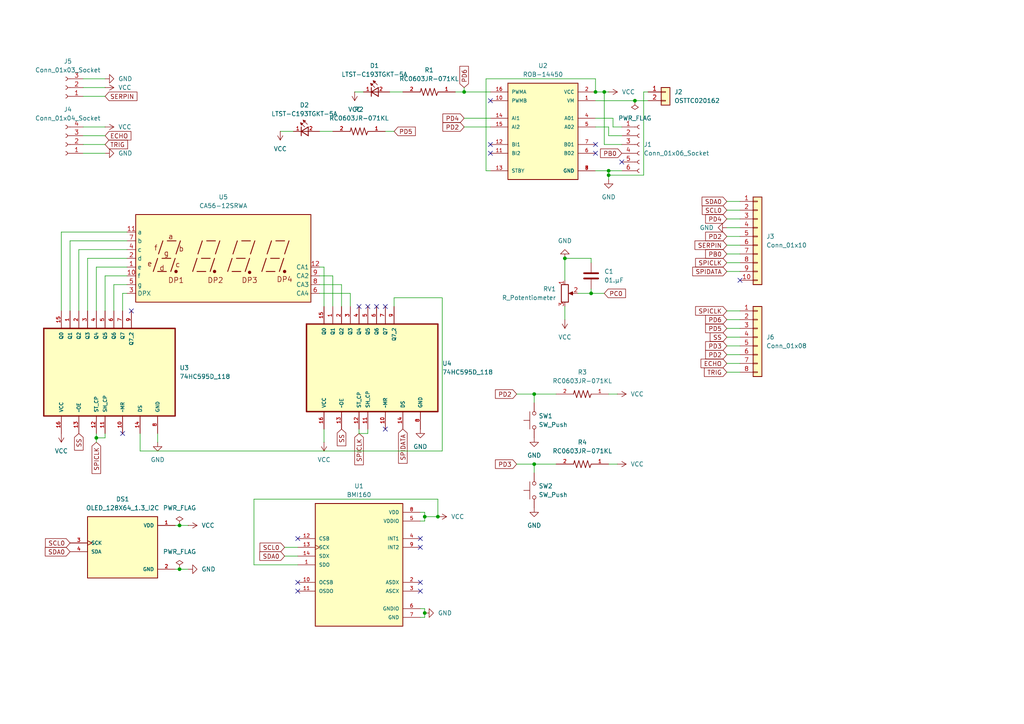
<source format=kicad_sch>
(kicad_sch (version 20250114) (generator "eeschema") (generator_version "9.0")
  (paper "A4")
  (lib_symbols
    (symbol "74HC595D_118:74HC595D_118" (pin_names (offset 1.016))
      (property "Reference" "U" (at -5.0872 17.9578 0))
      (property "Value" "74HC595D_118" (at -3.6383 -27.6558 0))
      (symbol "74HC595D_118_0_0"
        (pin power_in line (at -17.78 10.16 0) (length 5.08) (name "VCC") (number "16"))
        (pin input line (at -17.78 5.08 0) (length 5.08) (name "~OE") (number "13"))
        (pin input line (at -17.78 0 0) (length 5.08) (name "ST_CP") (number "12"))
        (pin input line (at -17.78 -2.54 0) (length 5.08) (name "SH_CP") (number "11"))
        (pin input line (at -17.78 -7.62 0) (length 5.08) (name "~MR") (number "10"))
        (pin input line (at -17.78 -12.7 0) (length 5.08) (name "DS") (number "14"))
        (pin passive line (at -17.78 -17.78 0) (length 5.08) (name "GND") (number "8"))
        (pin output line (at 17.78 10.16 180) (length 5.08) (name "Q0") (number "15"))
        (pin output line (at 17.78 7.62 180) (length 5.08) (name "Q1") (number "1"))
        (pin output line (at 17.78 5.08 180) (length 5.08) (name "Q2") (number "2"))
        (pin output line (at 17.78 2.54 180) (length 5.08) (name "Q3") (number "3"))
        (pin output line (at 17.78 0 180) (length 5.08) (name "Q4") (number "4"))
        (pin output line (at 17.78 -2.54 180) (length 5.08) (name "Q5") (number "5"))
        (pin output line (at 17.78 -5.08 180) (length 5.08) (name "Q6") (number "6"))
        (pin output line (at 17.78 -7.62 180) (length 5.08) (name "Q7") (number "7"))
        (pin output line (at 17.78 -10.16 180) (length 5.08) (name "Q7_2") (number "9"))
      )
    )
    (symbol "BMI160:BMI160" (pin_names (offset 1.016))
      (property "Reference" "U" (at -12.7 18.415 0))
      (property "Value" "BMI160" (at -12.7 -20.32 0))
      (symbol "BMI160_0_0"
        (pin input line (at -17.78 7.62 0) (length 5.08) (name "CSB") (number "12"))
        (pin input clock (at -17.78 5.08 0) (length 5.08) (name "SCX") (number "13"))
        (pin bidirectional line (at -17.78 2.54 0) (length 5.08) (name "SDX") (number "14"))
        (pin bidirectional line (at -17.78 0 0) (length 5.08) (name "SDO") (number "1"))
        (pin input line (at -17.78 -5.08 0) (length 5.08) (name "OCSB") (number "10"))
        (pin output line (at -17.78 -7.62 0) (length 5.08) (name "OSDO") (number "11"))
        (pin power_in line (at 17.78 15.24 180) (length 5.08) (name "VDD") (number "8"))
        (pin power_in line (at 17.78 12.7 180) (length 5.08) (name "VDDIO") (number "5"))
        (pin bidirectional line (at 17.78 7.62 180) (length 5.08) (name "INT1") (number "4"))
        (pin bidirectional line (at 17.78 5.08 180) (length 5.08) (name "INT2") (number "9"))
        (pin bidirectional line (at 17.78 -5.08 180) (length 5.08) (name "ASDX") (number "2"))
        (pin bidirectional line (at 17.78 -7.62 180) (length 5.08) (name "ASCX") (number "3"))
        (pin power_in line (at 17.78 -12.7 180) (length 5.08) (name "GNDIO") (number "6"))
        (pin power_in line (at 17.78 -15.24 180) (length 5.08) (name "GND") (number "7"))
      )
    )
    (symbol "Connector:Conn_01x03_Socket" (pin_names (offset 1.016) (hide yes))
      (property "Reference" "J" (at 0 5.08 0))
      (property "Value" "Conn_01x03_Socket" (at 0 -5.08 0))
      (symbol "Conn_01x03_Socket_1_1"
        (pin passive line (at -5.08 2.54 0) (length 3.81) (name "Pin_1") (number "1"))
        (pin passive line (at -5.08 0 0) (length 3.81) (name "Pin_2") (number "2"))
        (pin passive line (at -5.08 -2.54 0) (length 3.81) (name "Pin_3") (number "3"))
      )
    )
    (symbol "Connector:Conn_01x04_Socket" (pin_names (offset 1.016) (hide yes))
      (property "Reference" "J" (at 0 5.08 0))
      (property "Value" "Conn_01x04_Socket" (at 0 -7.62 0))
      (symbol "Conn_01x04_Socket_1_1"
        (pin passive line (at -5.08 2.54 0) (length 3.81) (name "Pin_1") (number "1"))
        (pin passive line (at -5.08 0 0) (length 3.81) (name "Pin_2") (number "2"))
        (pin passive line (at -5.08 -2.54 0) (length 3.81) (name "Pin_3") (number "3"))
        (pin passive line (at -5.08 -5.08 0) (length 3.81) (name "Pin_4") (number "4"))
      )
    )
    (symbol "Connector:Conn_01x06_Socket" (pin_names (offset 1.016) (hide yes))
      (property "Reference" "J" (at 0 7.62 0))
      (property "Value" "Conn_01x06_Socket" (at 0 -10.16 0))
      (symbol "Conn_01x06_Socket_1_1"
        (pin passive line (at -5.08 5.08 0) (length 3.81) (name "Pin_1") (number "1"))
        (pin passive line (at -5.08 2.54 0) (length 3.81) (name "Pin_2") (number "2"))
        (pin passive line (at -5.08 0 0) (length 3.81) (name "Pin_3") (number "3"))
        (pin passive line (at -5.08 -2.54 0) (length 3.81) (name "Pin_4") (number "4"))
        (pin passive line (at -5.08 -5.08 0) (length 3.81) (name "Pin_5") (number "5"))
        (pin passive line (at -5.08 -7.62 0) (length 3.81) (name "Pin_6") (number "6"))
      )
    )
    (symbol "Connector_Generic:Conn_01x02" (pin_names (offset 1.016) (hide yes))
      (property "Reference" "J" (at 0 2.54 0))
      (property "Value" "Conn_01x02" (at 0 -5.08 0))
      (symbol "Conn_01x02_1_1"
        (pin passive line (at -5.08 0 0) (length 3.81) (name "Pin_1") (number "1"))
        (pin passive line (at -5.08 -2.54 0) (length 3.81) (name "Pin_2") (number "2"))
      )
    )
    (symbol "Connector_Generic:Conn_01x08" (pin_names (offset 1.016) (hide yes))
      (property "Reference" "J" (at 0 10.16 0))
      (property "Value" "Conn_01x08" (at 0 -12.7 0))
      (symbol "Conn_01x08_1_1"
        (pin passive line (at -5.08 7.62 0) (length 3.81) (name "Pin_1") (number "1"))
        (pin passive line (at -5.08 5.08 0) (length 3.81) (name "Pin_2") (number "2"))
        (pin passive line (at -5.08 2.54 0) (length 3.81) (name "Pin_3") (number "3"))
        (pin passive line (at -5.08 0 0) (length 3.81) (name "Pin_4") (number "4"))
        (pin passive line (at -5.08 -2.54 0) (length 3.81) (name "Pin_5") (number "5"))
        (pin passive line (at -5.08 -5.08 0) (length 3.81) (name "Pin_6") (number "6"))
        (pin passive line (at -5.08 -7.62 0) (length 3.81) (name "Pin_7") (number "7"))
        (pin passive line (at -5.08 -10.16 0) (length 3.81) (name "Pin_8") (number "8"))
      )
    )
    (symbol "Connector_Generic:Conn_01x10" (pin_names (offset 1.016) (hide yes))
      (property "Reference" "J" (at 0 12.7 0))
      (property "Value" "Conn_01x10" (at 0 -15.24 0))
      (symbol "Conn_01x10_1_1"
        (pin passive line (at -5.08 10.16 0) (length 3.81) (name "Pin_1") (number "1"))
        (pin passive line (at -5.08 7.62 0) (length 3.81) (name "Pin_2") (number "2"))
        (pin passive line (at -5.08 5.08 0) (length 3.81) (name "Pin_3") (number "3"))
        (pin passive line (at -5.08 2.54 0) (length 3.81) (name "Pin_4") (number "4"))
        (pin passive line (at -5.08 0 0) (length 3.81) (name "Pin_5") (number "5"))
        (pin passive line (at -5.08 -2.54 0) (length 3.81) (name "Pin_6") (number "6"))
        (pin passive line (at -5.08 -5.08 0) (length 3.81) (name "Pin_7") (number "7"))
        (pin passive line (at -5.08 -7.62 0) (length 3.81) (name "Pin_8") (number "8"))
        (pin passive line (at -5.08 -10.16 0) (length 3.81) (name "Pin_9") (number "9"))
        (pin passive line (at -5.08 -12.7 0) (length 3.81) (name "Pin_10") (number "10"))
      )
    )
    (symbol "Device:C" (pin_numbers (hide yes)) (pin_names (offset 0.254))
      (property "Reference" "C" (at 0.635 2.54 0))
      (property "Value" "C" (at 0.635 -2.54 0))
      (symbol "C_1_1"
        (pin passive line (at 0 3.81 270) (length 2.794) (name "~") (number "1"))
        (pin passive line (at 0 -3.81 90) (length 2.794) (name "~") (number "2"))
      )
    )
    (symbol "Device:R_Potentiometer" (pin_names (offset 1.016) (hide yes))
      (property "Reference" "RV" (at -4.445 0 90))
      (property "Value" "R_Potentiometer" (at -2.54 0 90))
      (symbol "R_Potentiometer_1_1"
        (pin passive line (at 0 3.81 270) (length 1.27) (name "1") (number "1"))
        (pin passive line (at 0 -3.81 90) (length 1.27) (name "3") (number "3"))
        (pin passive line (at 3.81 0 180) (length 1.27) (name "2") (number "2"))
      )
    )
    (symbol "Display_Character:CA56-12SRWA"
      (property "Reference" "U" (at -24.13 13.97 0))
      (property "Value" "CA56-12SRWA" (at 17.78 13.97 0))
      (symbol "CA56-12SRWA_0_0"
        (text "e" (at -21.336 -1.524 0) (effects (font (size 1.524 1.524))))
        (text "f" (at -19.558 3.048 0) (effects (font (size 1.524 1.524))))
        (text "d" (at -17.78 -2.794 0) (effects (font (size 1.524 1.524))))
        (text "g" (at -16.51 1.524 0) (effects (font (size 1.524 1.524))))
        (text "a" (at -15.24 6.35 0) (effects (font (size 1.524 1.524))))
        (text "DP1" (at -13.716 -6.35 0) (effects (font (size 1.524 1.524))))
        (text "c" (at -13.208 -1.778 0) (effects (font (size 1.524 1.524))))
        (text "b" (at -12.192 2.794 0) (effects (font (size 1.524 1.524))))
        (text "DP2" (at -2.286 -6.35 0) (effects (font (size 1.524 1.524))))
        (text "DP3" (at 7.62 -6.35 0) (effects (font (size 1.524 1.524))))
        (text "DP4" (at 17.78 -6.096 0) (effects (font (size 1.524 1.524))))
      )
      (symbol "CA56-12SRWA_1_1"
        (pin input line (at -27.94 7.62 0) (length 2.54) (name "a") (number "11"))
        (pin input line (at -27.94 5.08 0) (length 2.54) (name "b") (number "7"))
        (pin input line (at -27.94 2.54 0) (length 2.54) (name "c") (number "4"))
        (pin input line (at -27.94 0 0) (length 2.54) (name "d") (number "2"))
        (pin input line (at -27.94 -2.54 0) (length 2.54) (name "e") (number "1"))
        (pin input line (at -27.94 -5.08 0) (length 2.54) (name "f") (number "10"))
        (pin input line (at -27.94 -7.62 0) (length 2.54) (name "g") (number "5"))
        (pin input line (at -27.94 -10.16 0) (length 2.54) (name "DPX") (number "3"))
        (pin input line (at 27.94 -2.54 180) (length 2.54) (name "CA1") (number "12"))
        (pin input line (at 27.94 -5.08 180) (length 2.54) (name "CA2") (number "9"))
        (pin input line (at 27.94 -7.62 180) (length 2.54) (name "CA3") (number "8"))
        (pin input line (at 27.94 -10.16 180) (length 2.54) (name "CA4") (number "6"))
      )
    )
    (symbol "LTST-C193TGKT-5A:LTST-C193TGKT-5A" (pin_names (offset 1.016))
      (property "Reference" "D" (at 2.5462 2.5462 0))
      (property "Value" "LTST-C193TGKT-5A" (at 2.5467 0 0))
      (symbol "LTST-C193TGKT-5A_0_0"
        (pin passive line (at 0 5.08 270) (length 5.08) (name "~") (number "2"))
        (pin passive line (at 0 -2.54 90) (length 2.54) (name "~") (number "1"))
      )
    )
    (symbol "OLED_128X64_1.3_I2C:OLED_128X64_1.3_I2C" (pin_names (offset 1.016))
      (property "Reference" "DS" (at -10.16 10.922 0))
      (property "Value" "OLED_128X64_1.3_I2C" (at -10.16 -10.16 0))
      (symbol "OLED_128X64_1.3_I2C_0_0"
        (pin input clock (at -15.24 2.54 0) (length 5.08) (name "SCK") (number "3"))
        (pin bidirectional line (at -15.24 0 0) (length 5.08) (name "SDA") (number "4"))
        (pin power_in line (at 15.24 7.62 180) (length 5.08) (name "VDD") (number "1"))
        (pin power_in line (at 15.24 -5.08 180) (length 5.08) (name "GND") (number "2"))
      )
    )
    (symbol "RC0603JR-071KL:RC0603JR-071KL" (pin_names (offset 1.016))
      (property "Reference" "R" (at -3.81 1.4986 0))
      (property "Value" "RC0603JR-071KL" (at -3.81 -3.302 0))
      (symbol "RC0603JR-071KL_0_0"
        (pin passive line (at -7.62 0 0) (length 5.08) (name "~") (number "1"))
        (pin passive line (at 7.62 0 180) (length 5.08) (name "~") (number "2"))
      )
    )
    (symbol "ROB-14450:ROB-14450" (pin_names (offset 1.016))
      (property "Reference" "U" (at -10.16 16.002 0))
      (property "Value" "ROB-14450" (at -10.16 -15.24 0))
      (symbol "ROB-14450_0_0"
        (pin input line (at -15.24 12.7 0) (length 5.08) (name "PWMA") (number "16"))
        (pin input line (at -15.24 10.16 0) (length 5.08) (name "PWMB") (number "10"))
        (pin input line (at -15.24 5.08 0) (length 5.08) (name "AI1") (number "14"))
        (pin input line (at -15.24 2.54 0) (length 5.08) (name "AI2") (number "15"))
        (pin input line (at -15.24 -2.54 0) (length 5.08) (name "BI1") (number "12"))
        (pin input line (at -15.24 -5.08 0) (length 5.08) (name "BI2") (number "11"))
        (pin input line (at -15.24 -10.16 0) (length 5.08) (name "STBY") (number "13"))
        (pin power_in line (at 15.24 12.7 180) (length 5.08) (name "VCC") (number "2"))
        (pin power_in line (at 15.24 10.16 180) (length 5.08) (name "VM") (number "1"))
        (pin output line (at 15.24 5.08 180) (length 5.08) (name "A01") (number "4"))
        (pin output line (at 15.24 2.54 180) (length 5.08) (name "A02") (number "5"))
        (pin output line (at 15.24 -2.54 180) (length 5.08) (name "B01") (number "7"))
        (pin output line (at 15.24 -5.08 180) (length 5.08) (name "B02") (number "6"))
        (pin power_in line (at 15.24 -10.16 180) (length 5.08) (name "GND") (number "3"))
        (pin power_in line (at 15.24 -10.16 180) (length 5.08) (name "GND") (number "8"))
        (pin power_in line (at 15.24 -10.16 180) (length 5.08) (name "GND") (number "9"))
      )
    )
    (symbol "Switch:SW_Push" (pin_numbers (hide yes)) (pin_names (offset 1.016) (hide yes))
      (property "Reference" "SW" (at 1.27 2.54 0))
      (property "Value" "SW_Push" (at 0 -1.524 0))
      (symbol "SW_Push_0_1"
        (pin passive line (at -5.08 0 0) (length 2.54) (name "1") (number "1"))
        (pin passive line (at 5.08 0 180) (length 2.54) (name "2") (number "2"))
      )
    )
    (symbol "power:GND" (power) (pin_numbers (hide yes)) (pin_names (offset 0) (hide yes))
      (property "Value" "GND" (at 0 -3.81 0))
      (symbol "GND_1_1"
        (pin power_in line (at 0 0 270) (length 0) (name "~") (number "1"))
      )
    )
    (symbol "power:PWR_FLAG" (power) (pin_numbers (hide yes)) (pin_names (offset 0) (hide yes))
      (property "Value" "PWR_FLAG" (at 0 3.81 0))
      (symbol "PWR_FLAG_0_0"
        (pin power_out line (at 0 0 90) (length 0) (name "~") (number "1"))
      )
    )
    (symbol "power:VCC" (power) (pin_numbers (hide yes)) (pin_names (offset 0) (hide yes))
      (property "Value" "VCC" (at 0 3.556 0))
      (symbol "VCC_1_1"
        (pin power_in line (at 0 0 90) (length 0) (name "~") (number "1"))
      )
    )
  )
  (junction (at 127 149.86))
  (junction (at 154.94 114.3))
  (junction (at 123.19 177.8))
  (junction (at 154.94 134.62))
  (junction (at 176.53 49.53))
  (junction (at 27.94 127))
  (junction (at 52.07 152.4))
  (junction (at 171.45 85.09))
  (junction (at 134.62 26.67))
  (junction (at 172.72 26.67))
  (junction (at 123.19 149.86))
  (junction (at 176.53 50.8))
  (junction (at 175.26 26.67))
  (junction (at 163.83 74.93))
  (junction (at 184.15 29.21))
  (junction (at 52.07 165.1))
  (no_connect (at 121.92 158.75))
  (no_connect (at 121.92 156.21))
  (no_connect (at 109.22 88.9))
  (no_connect (at 86.36 171.45))
  (no_connect (at 111.76 88.9))
  (no_connect (at 121.92 171.45))
  (no_connect (at 104.14 88.9))
  (no_connect (at 86.36 156.21))
  (no_connect (at 172.72 44.45))
  (no_connect (at 38.1 90.17))
  (no_connect (at 172.72 41.91))
  (no_connect (at 180.34 46.99))
  (no_connect (at 111.76 124.46))
  (no_connect (at 106.68 88.9))
  (no_connect (at 86.36 168.91))
  (no_connect (at 214.63 81.28))
  (no_connect (at 121.92 168.91))
  (no_connect (at 142.24 41.91))
  (no_connect (at 35.56 125.73))
  (no_connect (at 142.24 44.45))
  (no_connect (at 142.24 29.21))
  (wire (pts (xy 123.19 151.13) (xy 123.19 149.86)))
  (wire (pts (xy 121.92 179.07) (xy 123.19 179.07)))
  (wire (pts (xy 134.62 34.29) (xy 142.24 34.29)))
  (wire (pts (xy 27.94 125.73) (xy 27.94 127)))
  (wire (pts (xy 210.82 92.71) (xy 214.63 92.71)))
  (wire (pts (xy 17.78 67.31) (xy 36.83 67.31)))
  (wire (pts (xy 210.82 58.42) (xy 214.63 58.42)))
  (wire (pts (xy 35.56 90.17) (xy 35.56 85.09)))
  (wire (pts (xy 184.15 29.21) (xy 187.96 29.21)))
  (wire (pts (xy 35.56 85.09) (xy 36.83 85.09)))
  (wire (pts (xy 82.55 158.75) (xy 86.36 158.75)))
  (wire (pts (xy 171.45 74.93) (xy 163.83 74.93)))
  (wire (pts (xy 111.76 38.1) (xy 114.3 38.1)))
  (wire (pts (xy 93.98 77.47) (xy 93.98 88.9)))
  (wire (pts (xy 210.82 73.66) (xy 214.63 73.66)))
  (wire (pts (xy 172.72 29.21) (xy 184.15 29.21)))
  (wire (pts (xy 210.82 100.33) (xy 214.63 100.33)))
  (wire (pts (xy 210.82 71.12) (xy 214.63 71.12)))
  (wire (pts (xy 30.48 80.01) (xy 36.83 80.01)))
  (wire (pts (xy 45.72 125.73) (xy 45.72 128.27)))
  (wire (pts (xy 171.45 76.2) (xy 171.45 74.93)))
  (wire (pts (xy 50.8 152.4) (xy 52.07 152.4)))
  (wire (pts (xy 175.26 41.91) (xy 175.26 26.67)))
  (wire (pts (xy 154.94 134.62) (xy 161.29 134.62)))
  (wire (pts (xy 186.69 26.67) (xy 186.69 50.8)))
  (wire (pts (xy 121.92 148.59) (xy 123.19 148.59)))
  (wire (pts (xy 24.13 22.86) (xy 30.48 22.86)))
  (wire (pts (xy 180.34 36.83) (xy 177.8 36.83)))
  (wire (pts (xy 106.68 124.46) (xy 106.68 125.73)))
  (wire (pts (xy 20.32 90.17) (xy 20.32 69.85)))
  (wire (pts (xy 167.64 85.09) (xy 171.45 85.09)))
  (wire (pts (xy 186.69 50.8) (xy 176.53 50.8)))
  (wire (pts (xy 92.71 85.09) (xy 101.6 85.09)))
  (wire (pts (xy 210.82 97.79) (xy 214.63 97.79)))
  (wire (pts (xy 134.62 25.4) (xy 134.62 26.67)))
  (wire (pts (xy 101.6 85.09) (xy 101.6 88.9)))
  (wire (pts (xy 210.82 63.5) (xy 214.63 63.5)))
  (wire (pts (xy 81.28 38.1) (xy 85.09 38.1)))
  (wire (pts (xy 149.86 114.3) (xy 154.94 114.3)))
  (wire (pts (xy 134.62 36.83) (xy 142.24 36.83)))
  (wire (pts (xy 210.82 60.96) (xy 214.63 60.96)))
  (wire (pts (xy 99.06 82.55) (xy 99.06 88.9)))
  (wire (pts (xy 175.26 26.67) (xy 176.53 26.67)))
  (wire (pts (xy 210.82 105.41) (xy 214.63 105.41)))
  (wire (pts (xy 52.07 152.4) (xy 54.61 152.4)))
  (wire (pts (xy 92.71 38.1) (xy 96.52 38.1)))
  (wire (pts (xy 171.45 83.82) (xy 171.45 85.09)))
  (wire (pts (xy 33.02 82.55) (xy 36.83 82.55)))
  (wire (pts (xy 154.94 134.62) (xy 154.94 137.16)))
  (wire (pts (xy 176.53 134.62) (xy 179.07 134.62)))
  (wire (pts (xy 176.53 114.3) (xy 179.07 114.3)))
  (wire (pts (xy 127 144.78) (xy 127 149.86)))
  (wire (pts (xy 96.52 80.01) (xy 96.52 88.9)))
  (wire (pts (xy 210.82 66.04) (xy 214.63 66.04)))
  (wire (pts (xy 24.13 36.83) (xy 30.48 36.83)))
  (wire (pts (xy 27.94 77.47) (xy 36.83 77.47)))
  (wire (pts (xy 176.53 49.53) (xy 176.53 50.8)))
  (wire (pts (xy 92.71 80.01) (xy 96.52 80.01)))
  (wire (pts (xy 113.03 26.67) (xy 116.84 26.67)))
  (wire (pts (xy 171.45 85.09) (xy 175.26 85.09)))
  (wire (pts (xy 93.98 124.46) (xy 93.98 128.27)))
  (wire (pts (xy 73.66 163.83) (xy 73.66 144.78)))
  (wire (pts (xy 210.82 95.25) (xy 214.63 95.25)))
  (wire (pts (xy 114.3 88.9) (xy 114.3 86.36)))
  (wire (pts (xy 187.96 26.67) (xy 186.69 26.67)))
  (wire (pts (xy 154.94 114.3) (xy 154.94 116.84)))
  (wire (pts (xy 33.02 90.17) (xy 33.02 82.55)))
  (wire (pts (xy 123.19 176.53) (xy 123.19 177.8)))
  (wire (pts (xy 177.8 36.83) (xy 177.8 34.29)))
  (wire (pts (xy 30.48 90.17) (xy 30.48 80.01)))
  (wire (pts (xy 163.83 74.93) (xy 163.83 81.28)))
  (wire (pts (xy 17.78 90.17) (xy 17.78 67.31)))
  (wire (pts (xy 27.94 127) (xy 27.94 128.27)))
  (wire (pts (xy 176.53 49.53) (xy 180.34 49.53)))
  (wire (pts (xy 121.92 176.53) (xy 123.19 176.53)))
  (wire (pts (xy 24.13 27.94) (xy 30.48 27.94)))
  (wire (pts (xy 172.72 22.86) (xy 172.72 26.67)))
  (wire (pts (xy 30.48 127) (xy 27.94 127)))
  (wire (pts (xy 123.19 149.86) (xy 123.19 148.59)))
  (wire (pts (xy 73.66 144.78) (xy 127 144.78)))
  (wire (pts (xy 177.8 34.29) (xy 172.72 34.29)))
  (wire (pts (xy 142.24 49.53) (xy 140.97 49.53)))
  (wire (pts (xy 180.34 39.37) (xy 176.53 39.37)))
  (wire (pts (xy 121.92 151.13) (xy 123.19 151.13)))
  (wire (pts (xy 25.4 74.93) (xy 36.83 74.93)))
  (wire (pts (xy 30.48 125.73) (xy 30.48 127)))
  (wire (pts (xy 210.82 90.17) (xy 214.63 90.17)))
  (wire (pts (xy 22.86 90.17) (xy 22.86 72.39)))
  (wire (pts (xy 93.98 77.47) (xy 92.71 77.47)))
  (wire (pts (xy 40.64 130.81) (xy 40.64 125.73)))
  (wire (pts (xy 86.36 163.83) (xy 73.66 163.83)))
  (wire (pts (xy 176.53 36.83) (xy 172.72 36.83)))
  (wire (pts (xy 210.82 68.58) (xy 214.63 68.58)))
  (wire (pts (xy 176.53 39.37) (xy 176.53 36.83)))
  (wire (pts (xy 134.62 26.67) (xy 132.08 26.67)))
  (wire (pts (xy 172.72 49.53) (xy 176.53 49.53)))
  (wire (pts (xy 104.14 125.73) (xy 106.68 125.73)))
  (wire (pts (xy 180.34 41.91) (xy 175.26 41.91)))
  (wire (pts (xy 128.27 86.36) (xy 128.27 130.81)))
  (wire (pts (xy 52.07 165.1) (xy 54.61 165.1)))
  (wire (pts (xy 140.97 22.86) (xy 172.72 22.86)))
  (wire (pts (xy 128.27 130.81) (xy 40.64 130.81)))
  (wire (pts (xy 210.82 76.2) (xy 214.63 76.2)))
  (wire (pts (xy 142.24 26.67) (xy 134.62 26.67)))
  (wire (pts (xy 123.19 149.86) (xy 127 149.86)))
  (wire (pts (xy 114.3 86.36) (xy 128.27 86.36)))
  (wire (pts (xy 210.82 78.74) (xy 214.63 78.74)))
  (wire (pts (xy 92.71 82.55) (xy 99.06 82.55)))
  (wire (pts (xy 140.97 49.53) (xy 140.97 22.86)))
  (wire (pts (xy 154.94 114.3) (xy 161.29 114.3)))
  (wire (pts (xy 20.32 69.85) (xy 36.83 69.85)))
  (wire (pts (xy 22.86 72.39) (xy 36.83 72.39)))
  (wire (pts (xy 210.82 107.95) (xy 214.63 107.95)))
  (wire (pts (xy 149.86 134.62) (xy 154.94 134.62)))
  (wire (pts (xy 82.55 161.29) (xy 86.36 161.29)))
  (wire (pts (xy 24.13 25.4) (xy 30.48 25.4)))
  (wire (pts (xy 102.87 26.67) (xy 105.41 26.67)))
  (wire (pts (xy 24.13 39.37) (xy 30.48 39.37)))
  (wire (pts (xy 163.83 88.9) (xy 163.83 92.71)))
  (wire (pts (xy 24.13 41.91) (xy 30.48 41.91)))
  (wire (pts (xy 24.13 44.45) (xy 30.48 44.45)))
  (wire (pts (xy 25.4 90.17) (xy 25.4 74.93)))
  (wire (pts (xy 176.53 50.8) (xy 176.53 52.07)))
  (wire (pts (xy 50.8 165.1) (xy 52.07 165.1)))
  (wire (pts (xy 104.14 124.46) (xy 104.14 125.73)))
  (wire (pts (xy 172.72 26.67) (xy 175.26 26.67)))
  (wire (pts (xy 210.82 102.87) (xy 214.63 102.87)))
  (wire (pts (xy 123.19 177.8) (xy 123.19 179.07)))
  (wire (pts (xy 27.94 90.17) (xy 27.94 77.47)))
  (global_label "PD3" (shape input) (at 149.86 134.62 180) (property "Intersheetrefs" "${INTERSHEET_REFS}" (effects (hide yes))))
  (global_label "SPICLK" (shape input) (at 210.82 90.17 180) (property "Intersheetrefs" "${INTERSHEET_REFS}" (effects (hide yes))))
  (global_label "PD2" (shape input) (at 210.82 102.87 180) (property "Intersheetrefs" "${INTERSHEET_REFS}" (effects (hide yes))))
  (global_label "PD2" (shape input) (at 210.82 68.58 180) (property "Intersheetrefs" "${INTERSHEET_REFS}" (effects (hide yes))))
  (global_label "TRIG" (shape input) (at 210.82 107.95 180) (property "Intersheetrefs" "${INTERSHEET_REFS}" (effects (hide yes))))
  (global_label "ECHO" (shape input) (at 210.82 105.41 180) (property "Intersheetrefs" "${INTERSHEET_REFS}" (effects (hide yes))))
  (global_label "SPIDATA" (shape input) (at 116.84 124.46 270) (property "Intersheetrefs" "${INTERSHEET_REFS}" (effects (hide yes))))
  (global_label "SS" (shape input) (at 210.82 97.79 180) (property "Intersheetrefs" "${INTERSHEET_REFS}" (effects (hide yes))))
  (global_label "SS" (shape input) (at 99.06 124.46 270) (property "Intersheetrefs" "${INTERSHEET_REFS}" (effects (hide yes))))
  (global_label "SPICLK" (shape input) (at 210.82 76.2 180) (property "Intersheetrefs" "${INTERSHEET_REFS}" (effects (hide yes))))
  (global_label "SCL0" (shape input) (at 20.32 157.48 180) (property "Intersheetrefs" "${INTERSHEET_REFS}" (effects (hide yes))))
  (global_label "PD5" (shape input) (at 210.82 95.25 180) (property "Intersheetrefs" "${INTERSHEET_REFS}" (effects (hide yes))))
  (global_label "SCL0" (shape input) (at 82.55 158.75 180) (property "Intersheetrefs" "${INTERSHEET_REFS}" (effects (hide yes))))
  (global_label "PD4" (shape input) (at 210.82 63.5 180) (property "Intersheetrefs" "${INTERSHEET_REFS}" (effects (hide yes))))
  (global_label "PD6" (shape input) (at 134.62 25.4 90) (property "Intersheetrefs" "${INTERSHEET_REFS}" (effects (hide yes))))
  (global_label "PC0" (shape input) (at 175.26 85.09 0) (property "Intersheetrefs" "${INTERSHEET_REFS}" (effects (hide yes))))
  (global_label "PD3" (shape input) (at 210.82 100.33 180) (property "Intersheetrefs" "${INTERSHEET_REFS}" (effects (hide yes))))
  (global_label "SPIDATA" (shape input) (at 210.82 78.74 180) (property "Intersheetrefs" "${INTERSHEET_REFS}" (effects (hide yes))))
  (global_label "SERPIN" (shape input) (at 210.82 71.12 180) (property "Intersheetrefs" "${INTERSHEET_REFS}" (effects (hide yes))))
  (global_label "SERPIN" (shape input) (at 30.48 27.94 0) (property "Intersheetrefs" "${INTERSHEET_REFS}" (effects (hide yes))))
  (global_label "TRIG" (shape input) (at 30.48 41.91 0) (property "Intersheetrefs" "${INTERSHEET_REFS}" (effects (hide yes))))
  (global_label "PD2" (shape input) (at 149.86 114.3 180) (property "Intersheetrefs" "${INTERSHEET_REFS}" (effects (hide yes))))
  (global_label "SDA0" (shape input) (at 210.82 58.42 180) (property "Intersheetrefs" "${INTERSHEET_REFS}" (effects (hide yes))))
  (global_label "PB0" (shape input) (at 210.82 73.66 180) (property "Intersheetrefs" "${INTERSHEET_REFS}" (effects (hide yes))))
  (global_label "SDA0" (shape input) (at 20.32 160.02 180) (property "Intersheetrefs" "${INTERSHEET_REFS}" (effects (hide yes))))
  (global_label "SDA0" (shape input) (at 82.55 161.29 180) (property "Intersheetrefs" "${INTERSHEET_REFS}" (effects (hide yes))))
  (global_label "SS" (shape input) (at 22.86 125.73 270) (property "Intersheetrefs" "${INTERSHEET_REFS}" (effects (hide yes))))
  (global_label "SPICLK" (shape input) (at 104.14 125.73 270) (property "Intersheetrefs" "${INTERSHEET_REFS}" (effects (hide yes))))
  (global_label "PD4" (shape input) (at 134.62 34.29 180) (property "Intersheetrefs" "${INTERSHEET_REFS}" (effects (hide yes))))
  (global_label "PB0" (shape input) (at 180.34 44.45 180) (property "Intersheetrefs" "${INTERSHEET_REFS}" (effects (hide yes))))
  (global_label "SPICLK" (shape input) (at 27.94 128.27 270) (property "Intersheetrefs" "${INTERSHEET_REFS}" (effects (hide yes))))
  (global_label "SCL0" (shape input) (at 210.82 60.96 180) (property "Intersheetrefs" "${INTERSHEET_REFS}" (effects (hide yes))))
  (global_label "PD6" (shape input) (at 210.82 92.71 180) (property "Intersheetrefs" "${INTERSHEET_REFS}" (effects (hide yes))))
  (global_label "ECHO" (shape input) (at 30.48 39.37 0) (property "Intersheetrefs" "${INTERSHEET_REFS}" (effects (hide yes))))
  (global_label "PD5" (shape input) (at 114.3 38.1 0) (property "Intersheetrefs" "${INTERSHEET_REFS}" (effects (hide yes))))
  (global_label "PD2" (shape input) (at 134.62 36.83 180) (property "Intersheetrefs" "${INTERSHEET_REFS}" (effects (hide yes))))
  (symbol (lib_id "RC0603JR-071KL:RC0603JR-071KL") (at 104.14 38.1 180) (unit 1)
    (property "Reference" "R2" (at 104.14 31.75 0))
    (property "Value" "RC0603JR-071KL" (at 104.14 34.29 0))
    (property "Footprint" "RC0603JR-071KL:RESC1607X60N" (effects (hide yes)))
    (property "MF" "Yageo" (effects (hide yes)))
    (property "Description_1" "1 kOhms ±5% 0.1W, 1/10W Chip Resistor 0603 (1608 Metric) Moisture Resistant Thick Film" (effects (hide yes)))
    (property "Package" "0603 Yageo" (effects (hide yes)))
    (property "Price" "None" (effects (hide yes)))
    (property "SnapEDA_Link" "https://www.snapeda.com/parts/RC0603JR-071KL/Yageo/view-part/?ref=snap" (effects (hide yes)))
    (property "MP" "RC0603JR-071KL" (effects (hide yes)))
    (property "Availability" "In Stock" (effects (hide yes)))
    (property "Check_prices" "https://www.snapeda.com/parts/RC0603JR-071KL/Yageo/view-part/?ref=eda" (effects (hide yes)))
  )
  (symbol (lib_id "RC0603JR-071KL:RC0603JR-071KL") (at 124.46 26.67 180) (unit 1)
    (property "Reference" "R1" (at 124.46 20.32 0))
    (property "Value" "RC0603JR-071KL" (at 124.46 22.86 0))
    (property "Footprint" "RC0603JR-071KL:RESC1607X60N" (effects (hide yes)))
    (property "MF" "Yageo" (effects (hide yes)))
    (property "Description_1" "1 kOhms ±5% 0.1W, 1/10W Chip Resistor 0603 (1608 Metric) Moisture Resistant Thick Film" (effects (hide yes)))
    (property "Package" "0603 Yageo" (effects (hide yes)))
    (property "Price" "None" (effects (hide yes)))
    (property "SnapEDA_Link" "https://www.snapeda.com/parts/RC0603JR-071KL/Yageo/view-part/?ref=snap" (effects (hide yes)))
    (property "MP" "RC0603JR-071KL" (effects (hide yes)))
    (property "Availability" "In Stock" (effects (hide yes)))
    (property "Check_prices" "https://www.snapeda.com/parts/RC0603JR-071KL/Yageo/view-part/?ref=eda" (effects (hide yes)))
  )
  (symbol (lib_id "power:GND") (at 163.83 74.93 180) (unit 1)
    (property "Reference" "#PWR014" (effects (hide yes)))
    (property "Value" "GND" (at 163.83 69.85 0))
    (property "Description" "Power symbol creates a global label with name \"GND\" , ground" (effects (hide yes)))
  )
  (symbol (lib_id "power:PWR_FLAG") (at 52.07 152.4 0) (unit 1)
    (property "Reference" "#FLG02" (effects (hide yes)))
    (property "Value" "PWR_FLAG" (at 52.07 147.32 0))
    (property "Description" "Special symbol for telling ERC where power comes from" (effects (hide yes)))
  )
  (symbol (lib_id "Switch:SW_Push") (at 154.94 121.92 90) (unit 1)
    (property "Reference" "SW1" (at 156.21 120.6499 90) (effects (justify right)))
    (property "Value" "SW_Push" (at 156.21 123.1899 90) (effects (justify right)))
    (property "Footprint" "Button_Switch_THT:SW_PUSH_6mm" (effects (hide yes)))
    (property "Description" "Push button switch, generic, two pins" (effects (hide yes)))
  )
  (symbol (lib_id "Connector_Generic:Conn_01x08") (at 219.71 97.79 0) (unit 1)
    (property "Reference" "J6" (at 222.25 97.7899 0) (effects (justify left)))
    (property "Value" "Conn_01x08" (at 222.25 100.3299 0) (effects (justify left)))
    (property "Footprint" "Connector_PinHeader_2.54mm:PinHeader_1x08_P2.54mm_Vertical" (effects (hide yes)))
    (property "Description" "Generic connector, single row, 01x08, script generated (kicad-library-utils/schlib/autogen/connector/)" (effects (hide yes)))
  )
  (symbol (lib_id "power:VCC") (at 102.87 26.67 180) (unit 1)
    (property "Reference" "#PWR012" (effects (hide yes)))
    (property "Value" "VCC" (at 102.87 31.75 0))
    (property "Description" "Power symbol creates a global label with name \"VCC\"" (effects (hide yes)))
  )
  (symbol (lib_id "power:PWR_FLAG") (at 52.07 165.1 0) (unit 1)
    (property "Reference" "#FLG01" (effects (hide yes)))
    (property "Value" "PWR_FLAG" (at 52.07 160.02 0))
    (property "Description" "Special symbol for telling ERC where power comes from" (effects (hide yes)))
  )
  (symbol (lib_id "LTST-C193TGKT-5A:LTST-C193TGKT-5A") (at 107.95 26.67 270) (unit 1)
    (property "Reference" "D1" (at 108.6104 19.05 90))
    (property "Value" "LTST-C193TGKT-5A" (at 108.6104 21.59 90))
    (property "Footprint" "LTST-C193TGKT-5A:0603" (effects (hide yes)))
    (property "MF" "Lite-On Inc." (effects (hide yes)))
    (property "Description_1" "Green 528nm LED Indication - Discrete 2.8V 0603 (1608 Metric)" (effects (hide yes)))
    (property "Package" "0603 Lite-On" (effects (hide yes)))
    (property "Price" "None" (effects (hide yes)))
    (property "SnapEDA_Link" "https://www.snapeda.com/parts/LTST-C193TGKT-5A/Lite-On/view-part/?ref=snap" (effects (hide yes)))
    (property "MP" "LTST-C193TGKT-5A" (effects (hide yes)))
    (property "Availability" "In Stock" (effects (hide yes)))
    (property "Check_prices" "https://www.snapeda.com/parts/LTST-C193TGKT-5A/Lite-On/view-part/?ref=eda" (effects (hide yes)))
  )
  (symbol (lib_id "power:VCC") (at 54.61 152.4 270) (unit 1)
    (property "Reference" "#PWR05" (effects (hide yes)))
    (property "Value" "VCC" (at 58.42 152.3999 90) (effects (justify left)))
    (property "Description" "Power symbol creates a global label with name \"VCC\"" (effects (hide yes)))
  )
  (symbol (lib_id "power:VCC") (at 179.07 134.62 270) (unit 1)
    (property "Reference" "#PWR018" (effects (hide yes)))
    (property "Value" "VCC" (at 182.88 134.6199 90) (effects (justify left)))
    (property "Description" "Power symbol creates a global label with name \"VCC\"" (effects (hide yes)))
  )
  (symbol (lib_id "Connector:Conn_01x06_Socket") (at 185.42 41.91 0) (unit 1)
    (property "Reference" "J1" (at 186.69 41.9099 0) (effects (justify left)))
    (property "Value" "Conn_01x06_Socket" (at 186.69 44.4499 0) (effects (justify left)))
    (property "Footprint" "Connector_PinHeader_2.54mm:PinHeader_1x06_P2.54mm_Vertical" (effects (hide yes)))
    (property "Description" "Generic connector, single row, 01x06, script generated" (effects (hide yes)))
  )
  (symbol (lib_id "power:VCC") (at 30.48 36.83 270) (unit 1)
    (property "Reference" "#PWR022" (effects (hide yes)))
    (property "Value" "VCC" (at 34.29 36.8299 90) (effects (justify left)))
    (property "Description" "Power symbol creates a global label with name \"VCC\"" (effects (hide yes)))
  )
  (symbol (lib_id "power:PWR_FLAG") (at 184.15 29.21 180) (unit 1)
    (property "Reference" "#FLG03" (effects (hide yes)))
    (property "Value" "PWR_FLAG" (at 184.15 34.29 0))
    (property "Description" "Special symbol for telling ERC where power comes from" (effects (hide yes)))
  )
  (symbol (lib_id "RC0603JR-071KL:RC0603JR-071KL") (at 168.91 134.62 180) (unit 1)
    (property "Reference" "R4" (at 168.91 128.27 0))
    (property "Value" "RC0603JR-071KL" (at 168.91 130.81 0))
    (property "Footprint" "RC0603JR-071KL:RESC1607X60N" (effects (hide yes)))
    (property "MF" "Yageo" (effects (hide yes)))
    (property "Description_1" "1 kOhms ±5% 0.1W, 1/10W Chip Resistor 0603 (1608 Metric) Moisture Resistant Thick Film" (effects (hide yes)))
    (property "Package" "0603 Yageo" (effects (hide yes)))
    (property "Price" "None" (effects (hide yes)))
    (property "SnapEDA_Link" "https://www.snapeda.com/parts/RC0603JR-071KL/Yageo/view-part/?ref=snap" (effects (hide yes)))
    (property "MP" "RC0603JR-071KL" (effects (hide yes)))
    (property "Availability" "In Stock" (effects (hide yes)))
    (property "Check_prices" "https://www.snapeda.com/parts/RC0603JR-071KL/Yageo/view-part/?ref=eda" (effects (hide yes)))
  )
  (symbol (lib_id "ROB-14450:ROB-14450") (at 157.48 39.37 0) (unit 1)
    (property "Reference" "U2" (at 157.48 19.05 0))
    (property "Value" "ROB-14450" (at 157.48 21.59 0))
    (property "Footprint" "ROB-14450:MODULE_ROB-14450" (effects (hide yes)))
    (property "MF" "SparkFun Electronics" (effects (hide yes)))
    (property "Description_1" "TB6612FNG - Motor Controller/Driver Power Management Evaluation Board" (effects (hide yes)))
    (property "Package" "None" (effects (hide yes)))
    (property "Price" "None" (effects (hide yes)))
    (property "Check_prices" "https://www.snapeda.com/parts/ROB-14450/SparkFun/view-part/?ref=eda" (effects (hide yes)))
    (property "STANDARD" "Manufacturer Recommendation" (effects (hide yes)))
    (property "PARTREV" "11-13-17" (effects (hide yes)))
    (property "SnapEDA_Link" "https://www.snapeda.com/parts/ROB-14450/SparkFun/view-part/?ref=snap" (effects (hide yes)))
    (property "MP" "ROB-14450" (effects (hide yes)))
    (property "Availability" "In Stock" (effects (hide yes)))
    (property "MANUFACTURER" "Sparkfun Electronics" (effects (hide yes)))
  )
  (symbol (lib_id "power:GND") (at 154.94 127 0) (unit 1)
    (property "Reference" "#PWR015" (effects (hide yes)))
    (property "Value" "GND" (at 154.94 132.08 0))
    (property "Description" "Power symbol creates a global label with name \"GND\" , ground" (effects (hide yes)))
  )
  (symbol (lib_id "Connector_Generic:Conn_01x10") (at 219.71 68.58 0) (unit 1)
    (property "Reference" "J3" (at 222.25 68.5799 0) (effects (justify left)))
    (property "Value" "Conn_01x10" (at 222.25 71.1199 0) (effects (justify left)))
    (property "Footprint" "Connector_PinHeader_2.54mm:PinHeader_1x10_P2.54mm_Vertical" (effects (hide yes)))
    (property "Description" "Generic connector, single row, 01x10, script generated (kicad-library-utils/schlib/autogen/connector/)" (effects (hide yes)))
  )
  (symbol (lib_id "74HC595D_118:74HC595D_118") (at 27.94 107.95 90) (unit 1)
    (property "Reference" "U3" (at 52.07 106.6799 90) (effects (justify right)))
    (property "Value" "74HC595D_118" (at 52.07 109.2199 90) (effects (justify right)))
    (property "Footprint" "74HC595D_118:SOIC127P600X175-16N" (effects (hide yes)))
    (property "MF" "Nexperia USA" (effects (hide yes)))
    (property "Description_1" "Shift Shift Register 1 Element 8 Bit 16-SO" (effects (hide yes)))
    (property "PACKAGE" "SOIC-16" (effects (hide yes)))
    (property "MPN" "74HC595D,118" (effects (hide yes)))
    (property "Price" "None" (effects (hide yes)))
    (property "Package" "SOIC-16 ON Semiconductor" (effects (hide yes)))
    (property "OC_FARNELL" "1826845" (effects (hide yes)))
    (property "SnapEDA_Link" "https://www.snapeda.com/parts/74HC595D,118/Nexperia/view-part/?ref=snap" (effects (hide yes)))
    (property "MP" "74HC595D,118" (effects (hide yes)))
    (property "SUPPLIER" "NXP Semiconductors" (effects (hide yes)))
    (property "OC_NEWARK" "78R6262" (effects (hide yes)))
    (property "Availability" "In Stock" (effects (hide yes)))
    (property "Check_prices" "https://www.snapeda.com/parts/74HC595D,118/Nexperia/view-part/?ref=eda" (effects (hide yes)))
  )
  (symbol (lib_id "Connector:Conn_01x04_Socket") (at 19.05 41.91 180) (unit 1)
    (property "Reference" "J4" (at 19.685 31.75 0))
    (property "Value" "Conn_01x04_Socket" (at 19.685 34.29 0))
    (property "Footprint" "Connector_PinHeader_2.54mm:PinHeader_1x04_P2.54mm_Vertical" (effects (hide yes)))
    (property "Description" "Generic connector, single row, 01x04, script generated" (effects (hide yes)))
  )
  (symbol (lib_id "power:GND") (at 30.48 44.45 90) (unit 1)
    (property "Reference" "#PWR020" (effects (hide yes)))
    (property "Value" "GND" (at 34.29 44.4499 90) (effects (justify right)))
    (property "Description" "Power symbol creates a global label with name \"GND\" , ground" (effects (hide yes)))
  )
  (symbol (lib_id "BMI160:BMI160") (at 104.14 163.83 0) (unit 1)
    (property "Reference" "U1" (at 104.14 140.97 0))
    (property "Value" "BMI160" (at 104.14 143.51 0))
    (property "Footprint" "BMI160:PQFN50P250X300X88-14N" (effects (hide yes)))
    (property "MF" "Bosch" (effects (hide yes)))
    (property "MAXIMUM_PACKAGE_HEIGHT" "0.88 mm" (effects (hide yes)))
    (property "Package" "LGA-14 Bosch" (effects (hide yes)))
    (property "Price" "None" (effects (hide yes)))
    (property "Check_prices" "https://www.snapeda.com/parts/BMI160/Bosch/view-part/?ref=eda" (effects (hide yes)))
    (property "STANDARD" "IPC 7351B" (effects (hide yes)))
    (property "PARTREV" "1.0" (effects (hide yes)))
    (property "SnapEDA_Link" "https://www.snapeda.com/parts/BMI160/Bosch/view-part/?ref=snap" (effects (hide yes)))
    (property "MP" "BMI160" (effects (hide yes)))
    (property "Description_1" "BMI160 series Accelerometer, Gyroscope, 6 Axis Sensor Evaluation Board" (effects (hide yes)))
    (property "Availability" "In Stock" (effects (hide yes)))
    (property "MANUFACTURER" "Bosch" (effects (hide yes)))
  )
  (symbol (lib_id "power:VCC") (at 127 149.86 270) (unit 1)
    (property "Reference" "#PWR08" (effects (hide yes)))
    (property "Value" "VCC" (at 130.81 149.8599 90) (effects (justify left)))
    (property "Description" "Power symbol creates a global label with name \"VCC\"" (effects (hide yes)))
  )
  (symbol (lib_id "power:GND") (at 45.72 128.27 0) (unit 1)
    (property "Reference" "#PWR01" (effects (hide yes)))
    (property "Value" "GND" (at 45.72 133.35 0))
    (property "Description" "Power symbol creates a global label with name \"GND\" , ground" (effects (hide yes)))
  )
  (symbol (lib_id "power:VCC") (at 179.07 114.3 270) (unit 1)
    (property "Reference" "#PWR017" (effects (hide yes)))
    (property "Value" "VCC" (at 182.88 114.2999 90) (effects (justify left)))
    (property "Description" "Power symbol creates a global label with name \"VCC\"" (effects (hide yes)))
  )
  (symbol (lib_id "OLED_128X64_1.3_I2C:OLED_128X64_1.3_I2C") (at 35.56 160.02 0) (unit 1)
    (property "Reference" "DS1" (at 35.56 144.78 0))
    (property "Value" "OLED_128X64_1.3_I2C" (at 35.56 147.32 0))
    (property "Footprint" "OLED_128X64_1.3_I2C:LCD_OLED_128X64_1.3_I2C" (effects (hide yes)))
    (property "MF" "UNIVERSAL-SOLDER Electronics Ltd" (effects (hide yes)))
    (property "Description_1" "Non-Touch Graphic LCD Display Module Transmissive White OLED, Monochrome I2C 1.3 (33.02mm) 128 x 64" (effects (hide yes)))
    (property "Package" "None" (effects (hide yes)))
    (property "Price" "None" (effects (hide yes)))
    (property "Check_prices" "https://www.snapeda.com/parts/OLED%20128x64%201.3%22%20I2C/UNIVERSAL-SOLDER+Electronics+Ltd/view-part/?ref=eda" (effects (hide yes)))
    (property "STANDARD" "Manufacturer Recommendations" (effects (hide yes)))
    (property "PARTREV" "NA" (effects (hide yes)))
    (property "SnapEDA_Link" "https://www.snapeda.com/parts/OLED%20128x64%201.3%22%20I2C/UNIVERSAL-SOLDER+Electronics+Ltd/view-part/?ref=snap" (effects (hide yes)))
    (property "MP" "OLED 128x64 1.3&quot; I2C" (effects (hide yes)))
    (property "Availability" "Not in stock" (effects (hide yes)))
    (property "MANUFACTURER" "UNIVERSAL-SOLDER Electronics Ltd" (effects (hide yes)))
  )
  (symbol (lib_id "power:VCC") (at 176.53 26.67 270) (unit 1)
    (property "Reference" "#PWR09" (effects (hide yes)))
    (property "Value" "VCC" (at 180.34 26.6699 90) (effects (justify left)))
    (property "Description" "Power symbol creates a global label with name \"VCC\"" (effects (hide yes)))
  )
  (symbol (lib_id "Connector:Conn_01x03_Socket") (at 19.05 25.4 180) (unit 1)
    (property "Reference" "J5" (at 19.685 17.78 0))
    (property "Value" "Conn_01x03_Socket" (at 19.685 20.32 0))
    (property "Footprint" "Connector_PinHeader_2.54mm:PinHeader_1x03_P2.54mm_Vertical" (effects (hide yes)))
    (property "Description" "Generic connector, single row, 01x03, script generated" (effects (hide yes)))
  )
  (symbol (lib_id "power:VCC") (at 81.28 38.1 180) (unit 1)
    (property "Reference" "#PWR011" (effects (hide yes)))
    (property "Value" "VCC" (at 81.28 43.18 0))
    (property "Description" "Power symbol creates a global label with name \"VCC\"" (effects (hide yes)))
  )
  (symbol (lib_id "LTST-C193TGKT-5A:LTST-C193TGKT-5A") (at 87.63 38.1 270) (unit 1)
    (property "Reference" "D2" (at 88.2904 30.48 90))
    (property "Value" "LTST-C193TGKT-5A" (at 88.2904 33.02 90))
    (property "Footprint" "LTST-C193TGKT-5A:0603" (effects (hide yes)))
    (property "MF" "Lite-On Inc." (effects (hide yes)))
    (property "Description_1" "Green 528nm LED Indication - Discrete 2.8V 0603 (1608 Metric)" (effects (hide yes)))
    (property "Package" "0603 Lite-On" (effects (hide yes)))
    (property "Price" "None" (effects (hide yes)))
    (property "SnapEDA_Link" "https://www.snapeda.com/parts/LTST-C193TGKT-5A/Lite-On/view-part/?ref=snap" (effects (hide yes)))
    (property "MP" "LTST-C193TGKT-5A" (effects (hide yes)))
    (property "Availability" "In Stock" (effects (hide yes)))
    (property "Check_prices" "https://www.snapeda.com/parts/LTST-C193TGKT-5A/Lite-On/view-part/?ref=eda" (effects (hide yes)))
  )
  (symbol (lib_id "Device:C") (at 171.45 80.01 0) (unit 1)
    (property "Reference" "C1" (at 175.26 78.7399 0) (effects (justify left)))
    (property "Value" "01.µF" (at 175.26 81.2799 0) (effects (justify left)))
    (property "Footprint" "Capacitor_SMD:C_0805_2012Metric" (effects (hide yes)))
    (property "Description" "Unpolarized capacitor" (effects (hide yes)))
  )
  (symbol (lib_id "power:VCC") (at 17.78 125.73 180) (unit 1)
    (property "Reference" "#PWR04" (effects (hide yes)))
    (property "Value" "VCC" (at 17.78 130.81 0))
    (property "Description" "Power symbol creates a global label with name \"VCC\"" (effects (hide yes)))
  )
  (symbol (lib_id "power:GND") (at 123.19 177.8 90) (unit 1)
    (property "Reference" "#PWR07" (effects (hide yes)))
    (property "Value" "GND" (at 127 177.7999 90) (effects (justify right)))
    (property "Description" "Power symbol creates a global label with name \"GND\" , ground" (effects (hide yes)))
  )
  (symbol (lib_id "74HC595D_118:74HC595D_118") (at 104.14 106.68 90) (unit 1)
    (property "Reference" "U4" (at 128.27 105.4099 90) (effects (justify right)))
    (property "Value" "74HC595D_118" (at 128.27 107.9499 90) (effects (justify right)))
    (property "Footprint" "74HC595D_118:SOIC127P600X175-16N" (effects (hide yes)))
    (property "MF" "Nexperia USA" (effects (hide yes)))
    (property "Description_1" "Shift Shift Register 1 Element 8 Bit 16-SO" (effects (hide yes)))
    (property "PACKAGE" "SOIC-16" (effects (hide yes)))
    (property "MPN" "74HC595D,118" (effects (hide yes)))
    (property "Price" "None" (effects (hide yes)))
    (property "Package" "SOIC-16 ON Semiconductor" (effects (hide yes)))
    (property "OC_FARNELL" "1826845" (effects (hide yes)))
    (property "SnapEDA_Link" "https://www.snapeda.com/parts/74HC595D,118/Nexperia/view-part/?ref=snap" (effects (hide yes)))
    (property "MP" "74HC595D,118" (effects (hide yes)))
    (property "SUPPLIER" "NXP Semiconductors" (effects (hide yes)))
    (property "OC_NEWARK" "78R6262" (effects (hide yes)))
    (property "Availability" "In Stock" (effects (hide yes)))
    (property "Check_prices" "https://www.snapeda.com/parts/74HC595D,118/Nexperia/view-part/?ref=eda" (effects (hide yes)))
  )
  (symbol (lib_id "power:VCC") (at 30.48 25.4 270) (unit 1)
    (property "Reference" "#PWR021" (effects (hide yes)))
    (property "Value" "VCC" (at 34.29 25.3999 90) (effects (justify left)))
    (property "Description" "Power symbol creates a global label with name \"VCC\"" (effects (hide yes)))
  )
  (symbol (lib_id "Switch:SW_Push") (at 154.94 142.24 90) (unit 1)
    (property "Reference" "SW2" (at 156.21 140.9699 90) (effects (justify right)))
    (property "Value" "SW_Push" (at 156.21 143.5099 90) (effects (justify right)))
    (property "Footprint" "Button_Switch_THT:SW_PUSH_6mm" (effects (hide yes)))
    (property "Description" "Push button switch, generic, two pins" (effects (hide yes)))
  )
  (symbol (lib_id "power:GND") (at 30.48 22.86 90) (unit 1)
    (property "Reference" "#PWR019" (effects (hide yes)))
    (property "Value" "GND" (at 34.29 22.8599 90) (effects (justify right)))
    (property "Description" "Power symbol creates a global label with name \"GND\" , ground" (effects (hide yes)))
  )
  (symbol (lib_id "power:GND") (at 210.82 66.04 270) (unit 1)
    (property "Reference" "#PWR023" (effects (hide yes)))
    (property "Value" "GND" (at 207.01 66.0399 90) (effects (justify right)))
    (property "Description" "Power symbol creates a global label with name \"GND\" , ground" (effects (hide yes)))
  )
  (symbol (lib_id "Connector_Generic:Conn_01x02") (at 193.04 26.67 0) (unit 1)
    (property "Reference" "J2" (at 195.58 26.6699 0) (effects (justify left)))
    (property "Value" "OSTTC020162" (at 195.58 29.2099 0) (effects (justify left)))
    (property "Footprint" "Connector_JST:JST_XH_B2B-XH-A_1x02_P2.50mm_Vertical" (effects (hide yes)))
    (property "Description" "Generic connector, single row, 01x02, script generated (kicad-library-utils/schlib/autogen/connector/)" (effects (hide yes)))
  )
  (symbol (lib_id "power:GND") (at 121.92 124.46 0) (unit 1)
    (property "Reference" "#PWR02" (effects (hide yes)))
    (property "Value" "GND" (at 121.92 129.54 0))
    (property "Description" "Power symbol creates a global label with name \"GND\" , ground" (effects (hide yes)))
  )
  (symbol (lib_id "power:VCC") (at 93.98 128.27 180) (unit 1)
    (property "Reference" "#PWR03" (effects (hide yes)))
    (property "Value" "VCC" (at 93.98 133.35 0))
    (property "Description" "Power symbol creates a global label with name \"VCC\"" (effects (hide yes)))
  )
  (symbol (lib_id "power:VCC") (at 163.83 92.71 180) (unit 1)
    (property "Reference" "#PWR013" (effects (hide yes)))
    (property "Value" "VCC" (at 163.83 97.79 0))
    (property "Description" "Power symbol creates a global label with name \"VCC\"" (effects (hide yes)))
  )
  (symbol (lib_id "Display_Character:CA56-12SRWA") (at 64.77 74.93 0) (unit 1)
    (property "Reference" "U5" (at 64.77 57.15 0))
    (property "Value" "CA56-12SRWA" (at 64.77 59.69 0))
    (property "Footprint" "Display_7Segment:CA56-12SRWA" (effects (hide yes)))
    (property "Datasheet" "http://www.kingbrightusa.com/images/catalog/SPEC/CA56-12SRWA.pdf" (effects (hide yes)))
    (property "Description" "4 digit 7 segment super bright red LED, common anode" (effects (hide yes)))
  )
  (symbol (lib_id "Device:R_Potentiometer") (at 163.83 85.09 0) (unit 1)
    (property "Reference" "RV1" (at 161.29 83.8199 0) (effects (justify right)))
    (property "Value" "R_Potentiometer" (at 161.29 86.3599 0) (effects (justify right)))
    (property "Footprint" "Potentiometer_THT:Potentiometer_Bourns_3339H_Vertical" (effects (hide yes)))
    (property "Description" "Potentiometer" (effects (hide yes)))
  )
  (symbol (lib_id "power:GND") (at 176.53 52.07 0) (unit 1)
    (property "Reference" "#PWR010" (effects (hide yes)))
    (property "Value" "GND" (at 176.53 57.15 0))
    (property "Description" "Power symbol creates a global label with name \"GND\" , ground" (effects (hide yes)))
  )
  (symbol (lib_id "RC0603JR-071KL:RC0603JR-071KL") (at 168.91 114.3 180) (unit 1)
    (property "Reference" "R3" (at 168.91 107.95 0))
    (property "Value" "RC0603JR-071KL" (at 168.91 110.49 0))
    (property "Footprint" "RC0603JR-071KL:RESC1607X60N" (effects (hide yes)))
    (property "MF" "Yageo" (effects (hide yes)))
    (property "Description_1" "1 kOhms ±5% 0.1W, 1/10W Chip Resistor 0603 (1608 Metric) Moisture Resistant Thick Film" (effects (hide yes)))
    (property "Package" "0603 Yageo" (effects (hide yes)))
    (property "Price" "None" (effects (hide yes)))
    (property "SnapEDA_Link" "https://www.snapeda.com/parts/RC0603JR-071KL/Yageo/view-part/?ref=snap" (effects (hide yes)))
    (property "MP" "RC0603JR-071KL" (effects (hide yes)))
    (property "Availability" "In Stock" (effects (hide yes)))
    (property "Check_prices" "https://www.snapeda.com/parts/RC0603JR-071KL/Yageo/view-part/?ref=eda" (effects (hide yes)))
  )
  (symbol (lib_id "power:GND") (at 54.61 165.1 90) (unit 1)
    (property "Reference" "#PWR06" (effects (hide yes)))
    (property "Value" "GND" (at 58.42 165.0999 90) (effects (justify right)))
    (property "Description" "Power symbol creates a global label with name \"GND\" , ground" (effects (hide yes)))
  )
  (symbol (lib_id "power:GND") (at 154.94 147.32 0) (unit 1)
    (property "Reference" "#PWR016" (effects (hide yes)))
    (property "Value" "GND" (at 154.94 152.4 0))
    (property "Description" "Power symbol creates a global label with name \"GND\" , ground" (effects (hide yes)))
  )
)
</source>
